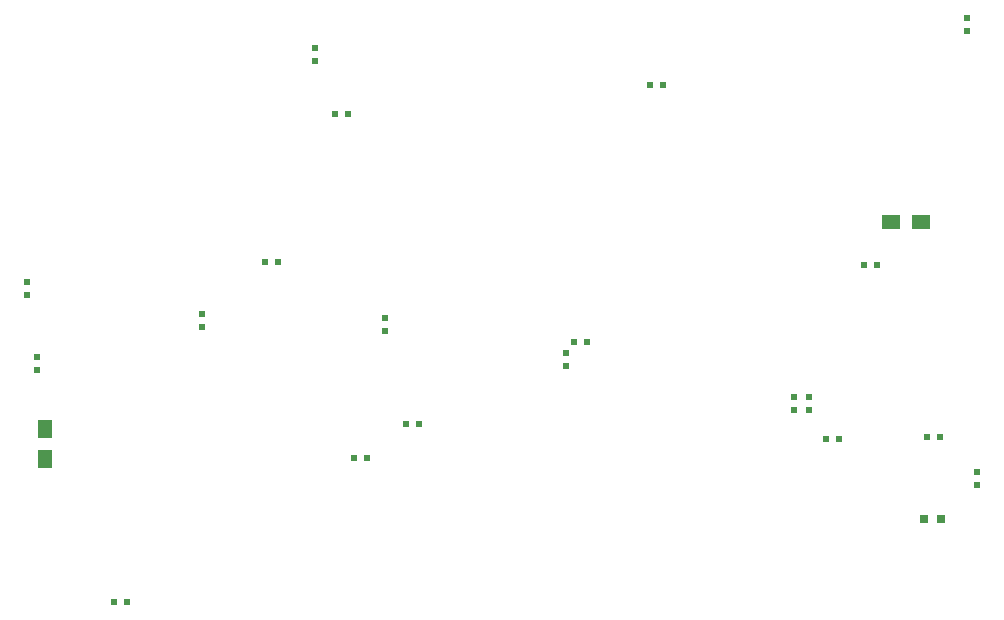
<source format=gbp>
G04 #@! TF.GenerationSoftware,KiCad,Pcbnew,(5.1.2)-1*
G04 #@! TF.CreationDate,2020-06-11T21:16:14+09:00*
G04 #@! TF.ProjectId,o2_breakout,6f325f62-7265-4616-9b6f-75742e6b6963,rev?*
G04 #@! TF.SameCoordinates,Original*
G04 #@! TF.FileFunction,Paste,Bot*
G04 #@! TF.FilePolarity,Positive*
%FSLAX46Y46*%
G04 Gerber Fmt 4.6, Leading zero omitted, Abs format (unit mm)*
G04 Created by KiCad (PCBNEW (5.1.2)-1) date 2020-06-11 21:16:14*
%MOMM*%
%LPD*%
G04 APERTURE LIST*
%ADD10R,0.500000X0.600000*%
%ADD11R,0.600000X0.500000*%
%ADD12R,0.800000X0.750000*%
%ADD13R,1.250000X1.500000*%
%ADD14R,1.500000X1.250000*%
G04 APERTURE END LIST*
D10*
X103695500Y-101248120D03*
X103695500Y-102348120D03*
X182422800Y-72500400D03*
X182422800Y-73600400D03*
X183286400Y-112056000D03*
X183286400Y-110956000D03*
D11*
X174781300Y-93446600D03*
X173681300Y-93446600D03*
D10*
X169062400Y-105744100D03*
X169062400Y-104644100D03*
X167792400Y-105744100D03*
X167792400Y-104644100D03*
D11*
X110244800Y-121996200D03*
X111344800Y-121996200D03*
D10*
X102844600Y-95952400D03*
X102844600Y-94852400D03*
X148472600Y-100925800D03*
X148472600Y-102025800D03*
D11*
X149179900Y-100002600D03*
X150279900Y-100002600D03*
X155591420Y-78183740D03*
X156691420Y-78183740D03*
D12*
X178774100Y-114963200D03*
X180274100Y-114963200D03*
D13*
X104363520Y-109860400D03*
X104363520Y-107360400D03*
D10*
X127246380Y-75088660D03*
X127246380Y-76188660D03*
X133172200Y-97925800D03*
X133172200Y-99025800D03*
D14*
X176024220Y-89827100D03*
X178524220Y-89827100D03*
D11*
X136081300Y-106886000D03*
X134981300Y-106886000D03*
X124092500Y-93182700D03*
X122992500Y-93182700D03*
X180191500Y-107975400D03*
X179091500Y-107975400D03*
X170490500Y-108156000D03*
X171590500Y-108156000D03*
X130549560Y-109821980D03*
X131649560Y-109821980D03*
D10*
X117713200Y-97560300D03*
X117713200Y-98660300D03*
D11*
X128939200Y-80645000D03*
X130039200Y-80645000D03*
M02*

</source>
